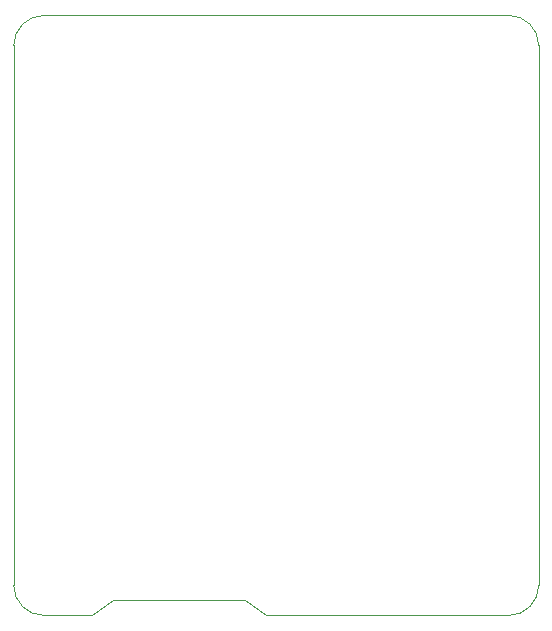
<source format=gbr>
%TF.GenerationSoftware,KiCad,Pcbnew,(6.0.0-0)*%
%TF.CreationDate,2022-01-15T19:35:47-06:00*%
%TF.ProjectId,dropkick,64726f70-6b69-4636-9b2e-6b696361645f,rev?*%
%TF.SameCoordinates,Original*%
%TF.FileFunction,Profile,NP*%
%FSLAX46Y46*%
G04 Gerber Fmt 4.6, Leading zero omitted, Abs format (unit mm)*
G04 Created by KiCad (PCBNEW (6.0.0-0)) date 2022-01-15 19:35:47*
%MOMM*%
%LPD*%
G01*
G04 APERTURE LIST*
%TA.AperFunction,Profile*%
%ADD10C,0.100000*%
%TD*%
G04 APERTURE END LIST*
D10*
X105410000Y-95250000D02*
X84836000Y-95250000D01*
X84836000Y-95250000D02*
X83058000Y-93980000D01*
X71882000Y-93980000D02*
X70104000Y-95250000D01*
X66040000Y-44450000D02*
G75*
G03*
X63500000Y-46990000I1J-2540001D01*
G01*
X107950000Y-46990000D02*
G75*
G03*
X105410000Y-44450000I-2540001J-1D01*
G01*
X63500000Y-92710000D02*
G75*
G03*
X66040000Y-95250000I2540001J1D01*
G01*
X83058000Y-93980000D02*
X71882000Y-93980000D01*
X105410000Y-44450000D02*
X66040000Y-44450000D01*
X107950000Y-92710000D02*
X107950000Y-46990000D01*
X70104000Y-95250000D02*
X66040000Y-95250000D01*
X105410000Y-95250000D02*
G75*
G03*
X107950000Y-92710000I-1J2540001D01*
G01*
X63500000Y-46990000D02*
X63500000Y-92710000D01*
M02*

</source>
